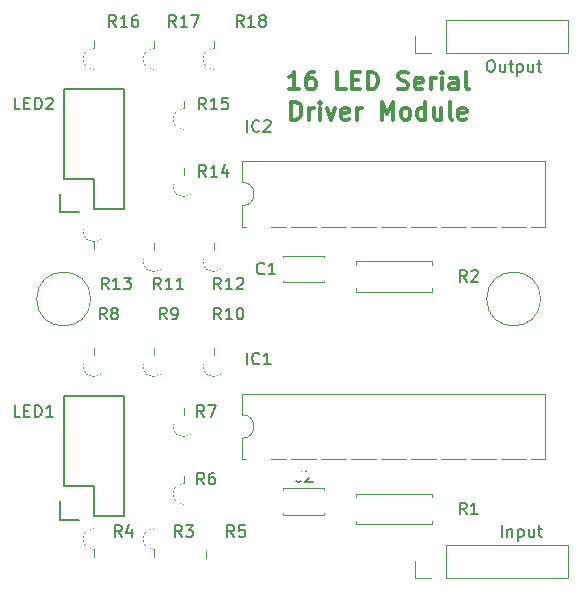
<source format=gto>
G04 #@! TF.FileFunction,Legend,Top*
%FSLAX46Y46*%
G04 Gerber Fmt 4.6, Leading zero omitted, Abs format (unit mm)*
G04 Created by KiCad (PCBNEW 4.0.5) date Sat Jan 28 10:55:45 2017*
%MOMM*%
%LPD*%
G01*
G04 APERTURE LIST*
%ADD10C,0.100000*%
%ADD11C,0.300000*%
%ADD12C,0.120000*%
%ADD13C,0.150000*%
%ADD14R,2.000000X2.000000*%
%ADD15O,2.000000X2.000000*%
%ADD16C,1.800000*%
%ADD17O,1.800000X1.800000*%
%ADD18R,2.100000X2.100000*%
%ADD19O,2.100000X2.100000*%
%ADD20C,2.000000*%
%ADD21R,2.127200X2.127200*%
%ADD22O,2.127200X2.127200*%
%ADD23C,4.464000*%
G04 APERTURE END LIST*
D10*
D11*
X159020715Y-103543571D02*
X158163572Y-103543571D01*
X158592144Y-103543571D02*
X158592144Y-102043571D01*
X158449287Y-102257857D01*
X158306429Y-102400714D01*
X158163572Y-102472143D01*
X160306429Y-102043571D02*
X160020715Y-102043571D01*
X159877858Y-102115000D01*
X159806429Y-102186429D01*
X159663572Y-102400714D01*
X159592143Y-102686429D01*
X159592143Y-103257857D01*
X159663572Y-103400714D01*
X159735000Y-103472143D01*
X159877858Y-103543571D01*
X160163572Y-103543571D01*
X160306429Y-103472143D01*
X160377858Y-103400714D01*
X160449286Y-103257857D01*
X160449286Y-102900714D01*
X160377858Y-102757857D01*
X160306429Y-102686429D01*
X160163572Y-102615000D01*
X159877858Y-102615000D01*
X159735000Y-102686429D01*
X159663572Y-102757857D01*
X159592143Y-102900714D01*
X162949286Y-103543571D02*
X162235000Y-103543571D01*
X162235000Y-102043571D01*
X163449286Y-102757857D02*
X163949286Y-102757857D01*
X164163572Y-103543571D02*
X163449286Y-103543571D01*
X163449286Y-102043571D01*
X164163572Y-102043571D01*
X164806429Y-103543571D02*
X164806429Y-102043571D01*
X165163572Y-102043571D01*
X165377857Y-102115000D01*
X165520715Y-102257857D01*
X165592143Y-102400714D01*
X165663572Y-102686429D01*
X165663572Y-102900714D01*
X165592143Y-103186429D01*
X165520715Y-103329286D01*
X165377857Y-103472143D01*
X165163572Y-103543571D01*
X164806429Y-103543571D01*
X167377857Y-103472143D02*
X167592143Y-103543571D01*
X167949286Y-103543571D01*
X168092143Y-103472143D01*
X168163572Y-103400714D01*
X168235000Y-103257857D01*
X168235000Y-103115000D01*
X168163572Y-102972143D01*
X168092143Y-102900714D01*
X167949286Y-102829286D01*
X167663572Y-102757857D01*
X167520714Y-102686429D01*
X167449286Y-102615000D01*
X167377857Y-102472143D01*
X167377857Y-102329286D01*
X167449286Y-102186429D01*
X167520714Y-102115000D01*
X167663572Y-102043571D01*
X168020714Y-102043571D01*
X168235000Y-102115000D01*
X169449285Y-103472143D02*
X169306428Y-103543571D01*
X169020714Y-103543571D01*
X168877857Y-103472143D01*
X168806428Y-103329286D01*
X168806428Y-102757857D01*
X168877857Y-102615000D01*
X169020714Y-102543571D01*
X169306428Y-102543571D01*
X169449285Y-102615000D01*
X169520714Y-102757857D01*
X169520714Y-102900714D01*
X168806428Y-103043571D01*
X170163571Y-103543571D02*
X170163571Y-102543571D01*
X170163571Y-102829286D02*
X170234999Y-102686429D01*
X170306428Y-102615000D01*
X170449285Y-102543571D01*
X170592142Y-102543571D01*
X171092142Y-103543571D02*
X171092142Y-102543571D01*
X171092142Y-102043571D02*
X171020713Y-102115000D01*
X171092142Y-102186429D01*
X171163570Y-102115000D01*
X171092142Y-102043571D01*
X171092142Y-102186429D01*
X172449285Y-103543571D02*
X172449285Y-102757857D01*
X172377856Y-102615000D01*
X172234999Y-102543571D01*
X171949285Y-102543571D01*
X171806428Y-102615000D01*
X172449285Y-103472143D02*
X172306428Y-103543571D01*
X171949285Y-103543571D01*
X171806428Y-103472143D01*
X171734999Y-103329286D01*
X171734999Y-103186429D01*
X171806428Y-103043571D01*
X171949285Y-102972143D01*
X172306428Y-102972143D01*
X172449285Y-102900714D01*
X173377857Y-103543571D02*
X173234999Y-103472143D01*
X173163571Y-103329286D01*
X173163571Y-102043571D01*
X158342144Y-106093571D02*
X158342144Y-104593571D01*
X158699287Y-104593571D01*
X158913572Y-104665000D01*
X159056430Y-104807857D01*
X159127858Y-104950714D01*
X159199287Y-105236429D01*
X159199287Y-105450714D01*
X159127858Y-105736429D01*
X159056430Y-105879286D01*
X158913572Y-106022143D01*
X158699287Y-106093571D01*
X158342144Y-106093571D01*
X159842144Y-106093571D02*
X159842144Y-105093571D01*
X159842144Y-105379286D02*
X159913572Y-105236429D01*
X159985001Y-105165000D01*
X160127858Y-105093571D01*
X160270715Y-105093571D01*
X160770715Y-106093571D02*
X160770715Y-105093571D01*
X160770715Y-104593571D02*
X160699286Y-104665000D01*
X160770715Y-104736429D01*
X160842143Y-104665000D01*
X160770715Y-104593571D01*
X160770715Y-104736429D01*
X161342144Y-105093571D02*
X161699287Y-106093571D01*
X162056429Y-105093571D01*
X163199286Y-106022143D02*
X163056429Y-106093571D01*
X162770715Y-106093571D01*
X162627858Y-106022143D01*
X162556429Y-105879286D01*
X162556429Y-105307857D01*
X162627858Y-105165000D01*
X162770715Y-105093571D01*
X163056429Y-105093571D01*
X163199286Y-105165000D01*
X163270715Y-105307857D01*
X163270715Y-105450714D01*
X162556429Y-105593571D01*
X163913572Y-106093571D02*
X163913572Y-105093571D01*
X163913572Y-105379286D02*
X163985000Y-105236429D01*
X164056429Y-105165000D01*
X164199286Y-105093571D01*
X164342143Y-105093571D01*
X165985000Y-106093571D02*
X165985000Y-104593571D01*
X166485000Y-105665000D01*
X166985000Y-104593571D01*
X166985000Y-106093571D01*
X167913572Y-106093571D02*
X167770714Y-106022143D01*
X167699286Y-105950714D01*
X167627857Y-105807857D01*
X167627857Y-105379286D01*
X167699286Y-105236429D01*
X167770714Y-105165000D01*
X167913572Y-105093571D01*
X168127857Y-105093571D01*
X168270714Y-105165000D01*
X168342143Y-105236429D01*
X168413572Y-105379286D01*
X168413572Y-105807857D01*
X168342143Y-105950714D01*
X168270714Y-106022143D01*
X168127857Y-106093571D01*
X167913572Y-106093571D01*
X169699286Y-106093571D02*
X169699286Y-104593571D01*
X169699286Y-106022143D02*
X169556429Y-106093571D01*
X169270715Y-106093571D01*
X169127857Y-106022143D01*
X169056429Y-105950714D01*
X168985000Y-105807857D01*
X168985000Y-105379286D01*
X169056429Y-105236429D01*
X169127857Y-105165000D01*
X169270715Y-105093571D01*
X169556429Y-105093571D01*
X169699286Y-105165000D01*
X171056429Y-105093571D02*
X171056429Y-106093571D01*
X170413572Y-105093571D02*
X170413572Y-105879286D01*
X170485000Y-106022143D01*
X170627858Y-106093571D01*
X170842143Y-106093571D01*
X170985000Y-106022143D01*
X171056429Y-105950714D01*
X171985001Y-106093571D02*
X171842143Y-106022143D01*
X171770715Y-105879286D01*
X171770715Y-104593571D01*
X173127857Y-106022143D02*
X172985000Y-106093571D01*
X172699286Y-106093571D01*
X172556429Y-106022143D01*
X172485000Y-105879286D01*
X172485000Y-105307857D01*
X172556429Y-105165000D01*
X172699286Y-105093571D01*
X172985000Y-105093571D01*
X173127857Y-105165000D01*
X173199286Y-105307857D01*
X173199286Y-105450714D01*
X172485000Y-105593571D01*
D12*
X154185000Y-131080000D02*
G75*
G02X154185000Y-133080000I0J-1000000D01*
G01*
X154185000Y-133080000D02*
X154185000Y-134850000D01*
X154185000Y-134850000D02*
X179825000Y-134850000D01*
X179825000Y-134850000D02*
X179825000Y-129310000D01*
X179825000Y-129310000D02*
X154185000Y-129310000D01*
X154185000Y-129310000D02*
X154185000Y-131080000D01*
X151990000Y-144145000D02*
G75*
G03X151990000Y-144145000I-860000J0D01*
G01*
X151130000Y-143285000D02*
X151130000Y-142605000D01*
X171450000Y-144900000D02*
X181730000Y-144900000D01*
X181730000Y-144900000D02*
X181730000Y-142120000D01*
X181730000Y-142120000D02*
X171450000Y-142120000D01*
X171450000Y-142120000D02*
X171450000Y-144900000D01*
X170180000Y-144900000D02*
X168790000Y-144900000D01*
X168790000Y-144900000D02*
X168790000Y-143510000D01*
X171450000Y-100450000D02*
X181730000Y-100450000D01*
X181730000Y-100450000D02*
X181730000Y-97670000D01*
X181730000Y-97670000D02*
X171450000Y-97670000D01*
X171450000Y-97670000D02*
X171450000Y-100450000D01*
X170180000Y-100450000D02*
X168790000Y-100450000D01*
X168790000Y-100450000D02*
X168790000Y-99060000D01*
X157605000Y-117635000D02*
X161125000Y-117635000D01*
X157605000Y-119855000D02*
X161125000Y-119855000D01*
X157605000Y-117635000D02*
X157605000Y-117749000D01*
X157605000Y-119741000D02*
X157605000Y-119855000D01*
X161125000Y-117635000D02*
X161125000Y-117749000D01*
X161125000Y-119741000D02*
X161125000Y-119855000D01*
X157605000Y-137320000D02*
X161125000Y-137320000D01*
X157605000Y-139540000D02*
X161125000Y-139540000D01*
X157605000Y-137320000D02*
X157605000Y-137434000D01*
X157605000Y-139426000D02*
X157605000Y-139540000D01*
X161125000Y-137320000D02*
X161125000Y-137434000D01*
X161125000Y-139426000D02*
X161125000Y-139540000D01*
X154185000Y-111395000D02*
G75*
G02X154185000Y-113395000I0J-1000000D01*
G01*
X154185000Y-113395000D02*
X154185000Y-115165000D01*
X154185000Y-115165000D02*
X179825000Y-115165000D01*
X179825000Y-115165000D02*
X179825000Y-109625000D01*
X179825000Y-109625000D02*
X154185000Y-109625000D01*
X154185000Y-109625000D02*
X154185000Y-111395000D01*
D13*
X139065000Y-137160000D02*
X139065000Y-129540000D01*
X139065000Y-129540000D02*
X144145000Y-129540000D01*
X144145000Y-129540000D02*
X144145000Y-139700000D01*
X144145000Y-139700000D02*
X141605000Y-139700000D01*
X138785000Y-138430000D02*
X138785000Y-139980000D01*
X141605000Y-139700000D02*
X141605000Y-137160000D01*
X141605000Y-137160000D02*
X139065000Y-137160000D01*
X138785000Y-139980000D02*
X140335000Y-139980000D01*
X139065000Y-111125000D02*
X139065000Y-103505000D01*
X139065000Y-103505000D02*
X144145000Y-103505000D01*
X144145000Y-103505000D02*
X144145000Y-113665000D01*
X144145000Y-113665000D02*
X141605000Y-113665000D01*
X138785000Y-112395000D02*
X138785000Y-113945000D01*
X141605000Y-113665000D02*
X141605000Y-111125000D01*
X141605000Y-111125000D02*
X139065000Y-111125000D01*
X138785000Y-113945000D02*
X140335000Y-113945000D01*
D12*
X170215000Y-140045000D02*
X170215000Y-140375000D01*
X170215000Y-140375000D02*
X163795000Y-140375000D01*
X163795000Y-140375000D02*
X163795000Y-140045000D01*
X170215000Y-138085000D02*
X170215000Y-137755000D01*
X170215000Y-137755000D02*
X163795000Y-137755000D01*
X163795000Y-137755000D02*
X163795000Y-138085000D01*
X170215000Y-120360000D02*
X170215000Y-120690000D01*
X170215000Y-120690000D02*
X163795000Y-120690000D01*
X163795000Y-120690000D02*
X163795000Y-120360000D01*
X170215000Y-118400000D02*
X170215000Y-118070000D01*
X170215000Y-118070000D02*
X163795000Y-118070000D01*
X163795000Y-118070000D02*
X163795000Y-118400000D01*
X147545000Y-141605000D02*
G75*
G03X147545000Y-141605000I-860000J0D01*
G01*
X146685000Y-142465000D02*
X146685000Y-143145000D01*
X142465000Y-141605000D02*
G75*
G03X142465000Y-141605000I-860000J0D01*
G01*
X141605000Y-142465000D02*
X141605000Y-143145000D01*
X150085000Y-137795000D02*
G75*
G03X150085000Y-137795000I-860000J0D01*
G01*
X149225000Y-136935000D02*
X149225000Y-136255000D01*
X150085000Y-132080000D02*
G75*
G03X150085000Y-132080000I-860000J0D01*
G01*
X149225000Y-131220000D02*
X149225000Y-130540000D01*
X142465000Y-127000000D02*
G75*
G03X142465000Y-127000000I-860000J0D01*
G01*
X141605000Y-126140000D02*
X141605000Y-125460000D01*
X147545000Y-127000000D02*
G75*
G03X147545000Y-127000000I-860000J0D01*
G01*
X146685000Y-126140000D02*
X146685000Y-125460000D01*
X152625000Y-127000000D02*
G75*
G03X152625000Y-127000000I-860000J0D01*
G01*
X151765000Y-126140000D02*
X151765000Y-125460000D01*
X147545000Y-118110000D02*
G75*
G03X147545000Y-118110000I-860000J0D01*
G01*
X146685000Y-117250000D02*
X146685000Y-116570000D01*
X152625000Y-118110000D02*
G75*
G03X152625000Y-118110000I-860000J0D01*
G01*
X151765000Y-117250000D02*
X151765000Y-116570000D01*
X142465000Y-115570000D02*
G75*
G03X142465000Y-115570000I-860000J0D01*
G01*
X141605000Y-116430000D02*
X141605000Y-117110000D01*
X150085000Y-111760000D02*
G75*
G03X150085000Y-111760000I-860000J0D01*
G01*
X149225000Y-110900000D02*
X149225000Y-110220000D01*
X150085000Y-106045000D02*
G75*
G03X150085000Y-106045000I-860000J0D01*
G01*
X149225000Y-105185000D02*
X149225000Y-104505000D01*
X142465000Y-100965000D02*
G75*
G03X142465000Y-100965000I-860000J0D01*
G01*
X141605000Y-100105000D02*
X141605000Y-99425000D01*
X147545000Y-100965000D02*
G75*
G03X147545000Y-100965000I-860000J0D01*
G01*
X146685000Y-100105000D02*
X146685000Y-99425000D01*
X152625000Y-100965000D02*
G75*
G03X152625000Y-100965000I-860000J0D01*
G01*
X151765000Y-100105000D02*
X151765000Y-99425000D01*
X141351000Y-121285000D02*
G75*
G03X141351000Y-121285000I-2286000J0D01*
G01*
X179451000Y-121285000D02*
G75*
G03X179451000Y-121285000I-2286000J0D01*
G01*
D13*
X154598810Y-126817381D02*
X154598810Y-125817381D01*
X155646429Y-126722143D02*
X155598810Y-126769762D01*
X155455953Y-126817381D01*
X155360715Y-126817381D01*
X155217857Y-126769762D01*
X155122619Y-126674524D01*
X155075000Y-126579286D01*
X155027381Y-126388810D01*
X155027381Y-126245952D01*
X155075000Y-126055476D01*
X155122619Y-125960238D01*
X155217857Y-125865000D01*
X155360715Y-125817381D01*
X155455953Y-125817381D01*
X155598810Y-125865000D01*
X155646429Y-125912619D01*
X156598810Y-126817381D02*
X156027381Y-126817381D01*
X156313095Y-126817381D02*
X156313095Y-125817381D01*
X156217857Y-125960238D01*
X156122619Y-126055476D01*
X156027381Y-126103095D01*
X153503334Y-141422381D02*
X153170000Y-140946190D01*
X152931905Y-141422381D02*
X152931905Y-140422381D01*
X153312858Y-140422381D01*
X153408096Y-140470000D01*
X153455715Y-140517619D01*
X153503334Y-140612857D01*
X153503334Y-140755714D01*
X153455715Y-140850952D01*
X153408096Y-140898571D01*
X153312858Y-140946190D01*
X152931905Y-140946190D01*
X154408096Y-140422381D02*
X153931905Y-140422381D01*
X153884286Y-140898571D01*
X153931905Y-140850952D01*
X154027143Y-140803333D01*
X154265239Y-140803333D01*
X154360477Y-140850952D01*
X154408096Y-140898571D01*
X154455715Y-140993810D01*
X154455715Y-141231905D01*
X154408096Y-141327143D01*
X154360477Y-141374762D01*
X154265239Y-141422381D01*
X154027143Y-141422381D01*
X153931905Y-141374762D01*
X153884286Y-141327143D01*
X176157143Y-141422381D02*
X176157143Y-140422381D01*
X176633333Y-140755714D02*
X176633333Y-141422381D01*
X176633333Y-140850952D02*
X176680952Y-140803333D01*
X176776190Y-140755714D01*
X176919048Y-140755714D01*
X177014286Y-140803333D01*
X177061905Y-140898571D01*
X177061905Y-141422381D01*
X177538095Y-140755714D02*
X177538095Y-141755714D01*
X177538095Y-140803333D02*
X177633333Y-140755714D01*
X177823810Y-140755714D01*
X177919048Y-140803333D01*
X177966667Y-140850952D01*
X178014286Y-140946190D01*
X178014286Y-141231905D01*
X177966667Y-141327143D01*
X177919048Y-141374762D01*
X177823810Y-141422381D01*
X177633333Y-141422381D01*
X177538095Y-141374762D01*
X178871429Y-140755714D02*
X178871429Y-141422381D01*
X178442857Y-140755714D02*
X178442857Y-141279524D01*
X178490476Y-141374762D01*
X178585714Y-141422381D01*
X178728572Y-141422381D01*
X178823810Y-141374762D01*
X178871429Y-141327143D01*
X179204762Y-140755714D02*
X179585714Y-140755714D01*
X179347619Y-140422381D02*
X179347619Y-141279524D01*
X179395238Y-141374762D01*
X179490476Y-141422381D01*
X179585714Y-141422381D01*
X175141190Y-101052381D02*
X175331667Y-101052381D01*
X175426905Y-101100000D01*
X175522143Y-101195238D01*
X175569762Y-101385714D01*
X175569762Y-101719048D01*
X175522143Y-101909524D01*
X175426905Y-102004762D01*
X175331667Y-102052381D01*
X175141190Y-102052381D01*
X175045952Y-102004762D01*
X174950714Y-101909524D01*
X174903095Y-101719048D01*
X174903095Y-101385714D01*
X174950714Y-101195238D01*
X175045952Y-101100000D01*
X175141190Y-101052381D01*
X176426905Y-101385714D02*
X176426905Y-102052381D01*
X175998333Y-101385714D02*
X175998333Y-101909524D01*
X176045952Y-102004762D01*
X176141190Y-102052381D01*
X176284048Y-102052381D01*
X176379286Y-102004762D01*
X176426905Y-101957143D01*
X176760238Y-101385714D02*
X177141190Y-101385714D01*
X176903095Y-101052381D02*
X176903095Y-101909524D01*
X176950714Y-102004762D01*
X177045952Y-102052381D01*
X177141190Y-102052381D01*
X177474524Y-101385714D02*
X177474524Y-102385714D01*
X177474524Y-101433333D02*
X177569762Y-101385714D01*
X177760239Y-101385714D01*
X177855477Y-101433333D01*
X177903096Y-101480952D01*
X177950715Y-101576190D01*
X177950715Y-101861905D01*
X177903096Y-101957143D01*
X177855477Y-102004762D01*
X177760239Y-102052381D01*
X177569762Y-102052381D01*
X177474524Y-102004762D01*
X178807858Y-101385714D02*
X178807858Y-102052381D01*
X178379286Y-101385714D02*
X178379286Y-101909524D01*
X178426905Y-102004762D01*
X178522143Y-102052381D01*
X178665001Y-102052381D01*
X178760239Y-102004762D01*
X178807858Y-101957143D01*
X179141191Y-101385714D02*
X179522143Y-101385714D01*
X179284048Y-101052381D02*
X179284048Y-101909524D01*
X179331667Y-102004762D01*
X179426905Y-102052381D01*
X179522143Y-102052381D01*
X156043334Y-119102143D02*
X155995715Y-119149762D01*
X155852858Y-119197381D01*
X155757620Y-119197381D01*
X155614762Y-119149762D01*
X155519524Y-119054524D01*
X155471905Y-118959286D01*
X155424286Y-118768810D01*
X155424286Y-118625952D01*
X155471905Y-118435476D01*
X155519524Y-118340238D01*
X155614762Y-118245000D01*
X155757620Y-118197381D01*
X155852858Y-118197381D01*
X155995715Y-118245000D01*
X156043334Y-118292619D01*
X156995715Y-119197381D02*
X156424286Y-119197381D01*
X156710000Y-119197381D02*
X156710000Y-118197381D01*
X156614762Y-118340238D01*
X156519524Y-118435476D01*
X156424286Y-118483095D01*
X159198334Y-136677143D02*
X159150715Y-136724762D01*
X159007858Y-136772381D01*
X158912620Y-136772381D01*
X158769762Y-136724762D01*
X158674524Y-136629524D01*
X158626905Y-136534286D01*
X158579286Y-136343810D01*
X158579286Y-136200952D01*
X158626905Y-136010476D01*
X158674524Y-135915238D01*
X158769762Y-135820000D01*
X158912620Y-135772381D01*
X159007858Y-135772381D01*
X159150715Y-135820000D01*
X159198334Y-135867619D01*
X159579286Y-135867619D02*
X159626905Y-135820000D01*
X159722143Y-135772381D01*
X159960239Y-135772381D01*
X160055477Y-135820000D01*
X160103096Y-135867619D01*
X160150715Y-135962857D01*
X160150715Y-136058095D01*
X160103096Y-136200952D01*
X159531667Y-136772381D01*
X160150715Y-136772381D01*
X154598810Y-107132381D02*
X154598810Y-106132381D01*
X155646429Y-107037143D02*
X155598810Y-107084762D01*
X155455953Y-107132381D01*
X155360715Y-107132381D01*
X155217857Y-107084762D01*
X155122619Y-106989524D01*
X155075000Y-106894286D01*
X155027381Y-106703810D01*
X155027381Y-106560952D01*
X155075000Y-106370476D01*
X155122619Y-106275238D01*
X155217857Y-106180000D01*
X155360715Y-106132381D01*
X155455953Y-106132381D01*
X155598810Y-106180000D01*
X155646429Y-106227619D01*
X156027381Y-106227619D02*
X156075000Y-106180000D01*
X156170238Y-106132381D01*
X156408334Y-106132381D01*
X156503572Y-106180000D01*
X156551191Y-106227619D01*
X156598810Y-106322857D01*
X156598810Y-106418095D01*
X156551191Y-106560952D01*
X155979762Y-107132381D01*
X156598810Y-107132381D01*
X135405953Y-131262381D02*
X134929762Y-131262381D01*
X134929762Y-130262381D01*
X135739286Y-130738571D02*
X136072620Y-130738571D01*
X136215477Y-131262381D02*
X135739286Y-131262381D01*
X135739286Y-130262381D01*
X136215477Y-130262381D01*
X136644048Y-131262381D02*
X136644048Y-130262381D01*
X136882143Y-130262381D01*
X137025001Y-130310000D01*
X137120239Y-130405238D01*
X137167858Y-130500476D01*
X137215477Y-130690952D01*
X137215477Y-130833810D01*
X137167858Y-131024286D01*
X137120239Y-131119524D01*
X137025001Y-131214762D01*
X136882143Y-131262381D01*
X136644048Y-131262381D01*
X138167858Y-131262381D02*
X137596429Y-131262381D01*
X137882143Y-131262381D02*
X137882143Y-130262381D01*
X137786905Y-130405238D01*
X137691667Y-130500476D01*
X137596429Y-130548095D01*
X135405953Y-105227381D02*
X134929762Y-105227381D01*
X134929762Y-104227381D01*
X135739286Y-104703571D02*
X136072620Y-104703571D01*
X136215477Y-105227381D02*
X135739286Y-105227381D01*
X135739286Y-104227381D01*
X136215477Y-104227381D01*
X136644048Y-105227381D02*
X136644048Y-104227381D01*
X136882143Y-104227381D01*
X137025001Y-104275000D01*
X137120239Y-104370238D01*
X137167858Y-104465476D01*
X137215477Y-104655952D01*
X137215477Y-104798810D01*
X137167858Y-104989286D01*
X137120239Y-105084524D01*
X137025001Y-105179762D01*
X136882143Y-105227381D01*
X136644048Y-105227381D01*
X137596429Y-104322619D02*
X137644048Y-104275000D01*
X137739286Y-104227381D01*
X137977382Y-104227381D01*
X138072620Y-104275000D01*
X138120239Y-104322619D01*
X138167858Y-104417857D01*
X138167858Y-104513095D01*
X138120239Y-104655952D01*
X137548810Y-105227381D01*
X138167858Y-105227381D01*
X173188334Y-139517381D02*
X172855000Y-139041190D01*
X172616905Y-139517381D02*
X172616905Y-138517381D01*
X172997858Y-138517381D01*
X173093096Y-138565000D01*
X173140715Y-138612619D01*
X173188334Y-138707857D01*
X173188334Y-138850714D01*
X173140715Y-138945952D01*
X173093096Y-138993571D01*
X172997858Y-139041190D01*
X172616905Y-139041190D01*
X174140715Y-139517381D02*
X173569286Y-139517381D01*
X173855000Y-139517381D02*
X173855000Y-138517381D01*
X173759762Y-138660238D01*
X173664524Y-138755476D01*
X173569286Y-138803095D01*
X173188334Y-119832381D02*
X172855000Y-119356190D01*
X172616905Y-119832381D02*
X172616905Y-118832381D01*
X172997858Y-118832381D01*
X173093096Y-118880000D01*
X173140715Y-118927619D01*
X173188334Y-119022857D01*
X173188334Y-119165714D01*
X173140715Y-119260952D01*
X173093096Y-119308571D01*
X172997858Y-119356190D01*
X172616905Y-119356190D01*
X173569286Y-118927619D02*
X173616905Y-118880000D01*
X173712143Y-118832381D01*
X173950239Y-118832381D01*
X174045477Y-118880000D01*
X174093096Y-118927619D01*
X174140715Y-119022857D01*
X174140715Y-119118095D01*
X174093096Y-119260952D01*
X173521667Y-119832381D01*
X174140715Y-119832381D01*
X149058334Y-141422381D02*
X148725000Y-140946190D01*
X148486905Y-141422381D02*
X148486905Y-140422381D01*
X148867858Y-140422381D01*
X148963096Y-140470000D01*
X149010715Y-140517619D01*
X149058334Y-140612857D01*
X149058334Y-140755714D01*
X149010715Y-140850952D01*
X148963096Y-140898571D01*
X148867858Y-140946190D01*
X148486905Y-140946190D01*
X149391667Y-140422381D02*
X150010715Y-140422381D01*
X149677381Y-140803333D01*
X149820239Y-140803333D01*
X149915477Y-140850952D01*
X149963096Y-140898571D01*
X150010715Y-140993810D01*
X150010715Y-141231905D01*
X149963096Y-141327143D01*
X149915477Y-141374762D01*
X149820239Y-141422381D01*
X149534524Y-141422381D01*
X149439286Y-141374762D01*
X149391667Y-141327143D01*
X143978334Y-141422381D02*
X143645000Y-140946190D01*
X143406905Y-141422381D02*
X143406905Y-140422381D01*
X143787858Y-140422381D01*
X143883096Y-140470000D01*
X143930715Y-140517619D01*
X143978334Y-140612857D01*
X143978334Y-140755714D01*
X143930715Y-140850952D01*
X143883096Y-140898571D01*
X143787858Y-140946190D01*
X143406905Y-140946190D01*
X144835477Y-140755714D02*
X144835477Y-141422381D01*
X144597381Y-140374762D02*
X144359286Y-141089048D01*
X144978334Y-141089048D01*
X150963334Y-136977381D02*
X150630000Y-136501190D01*
X150391905Y-136977381D02*
X150391905Y-135977381D01*
X150772858Y-135977381D01*
X150868096Y-136025000D01*
X150915715Y-136072619D01*
X150963334Y-136167857D01*
X150963334Y-136310714D01*
X150915715Y-136405952D01*
X150868096Y-136453571D01*
X150772858Y-136501190D01*
X150391905Y-136501190D01*
X151820477Y-135977381D02*
X151630000Y-135977381D01*
X151534762Y-136025000D01*
X151487143Y-136072619D01*
X151391905Y-136215476D01*
X151344286Y-136405952D01*
X151344286Y-136786905D01*
X151391905Y-136882143D01*
X151439524Y-136929762D01*
X151534762Y-136977381D01*
X151725239Y-136977381D01*
X151820477Y-136929762D01*
X151868096Y-136882143D01*
X151915715Y-136786905D01*
X151915715Y-136548810D01*
X151868096Y-136453571D01*
X151820477Y-136405952D01*
X151725239Y-136358333D01*
X151534762Y-136358333D01*
X151439524Y-136405952D01*
X151391905Y-136453571D01*
X151344286Y-136548810D01*
X150963334Y-131262381D02*
X150630000Y-130786190D01*
X150391905Y-131262381D02*
X150391905Y-130262381D01*
X150772858Y-130262381D01*
X150868096Y-130310000D01*
X150915715Y-130357619D01*
X150963334Y-130452857D01*
X150963334Y-130595714D01*
X150915715Y-130690952D01*
X150868096Y-130738571D01*
X150772858Y-130786190D01*
X150391905Y-130786190D01*
X151296667Y-130262381D02*
X151963334Y-130262381D01*
X151534762Y-131262381D01*
X142708334Y-123007381D02*
X142375000Y-122531190D01*
X142136905Y-123007381D02*
X142136905Y-122007381D01*
X142517858Y-122007381D01*
X142613096Y-122055000D01*
X142660715Y-122102619D01*
X142708334Y-122197857D01*
X142708334Y-122340714D01*
X142660715Y-122435952D01*
X142613096Y-122483571D01*
X142517858Y-122531190D01*
X142136905Y-122531190D01*
X143279762Y-122435952D02*
X143184524Y-122388333D01*
X143136905Y-122340714D01*
X143089286Y-122245476D01*
X143089286Y-122197857D01*
X143136905Y-122102619D01*
X143184524Y-122055000D01*
X143279762Y-122007381D01*
X143470239Y-122007381D01*
X143565477Y-122055000D01*
X143613096Y-122102619D01*
X143660715Y-122197857D01*
X143660715Y-122245476D01*
X143613096Y-122340714D01*
X143565477Y-122388333D01*
X143470239Y-122435952D01*
X143279762Y-122435952D01*
X143184524Y-122483571D01*
X143136905Y-122531190D01*
X143089286Y-122626429D01*
X143089286Y-122816905D01*
X143136905Y-122912143D01*
X143184524Y-122959762D01*
X143279762Y-123007381D01*
X143470239Y-123007381D01*
X143565477Y-122959762D01*
X143613096Y-122912143D01*
X143660715Y-122816905D01*
X143660715Y-122626429D01*
X143613096Y-122531190D01*
X143565477Y-122483571D01*
X143470239Y-122435952D01*
X147788334Y-123007381D02*
X147455000Y-122531190D01*
X147216905Y-123007381D02*
X147216905Y-122007381D01*
X147597858Y-122007381D01*
X147693096Y-122055000D01*
X147740715Y-122102619D01*
X147788334Y-122197857D01*
X147788334Y-122340714D01*
X147740715Y-122435952D01*
X147693096Y-122483571D01*
X147597858Y-122531190D01*
X147216905Y-122531190D01*
X148264524Y-123007381D02*
X148455000Y-123007381D01*
X148550239Y-122959762D01*
X148597858Y-122912143D01*
X148693096Y-122769286D01*
X148740715Y-122578810D01*
X148740715Y-122197857D01*
X148693096Y-122102619D01*
X148645477Y-122055000D01*
X148550239Y-122007381D01*
X148359762Y-122007381D01*
X148264524Y-122055000D01*
X148216905Y-122102619D01*
X148169286Y-122197857D01*
X148169286Y-122435952D01*
X148216905Y-122531190D01*
X148264524Y-122578810D01*
X148359762Y-122626429D01*
X148550239Y-122626429D01*
X148645477Y-122578810D01*
X148693096Y-122531190D01*
X148740715Y-122435952D01*
X152392143Y-123007381D02*
X152058809Y-122531190D01*
X151820714Y-123007381D02*
X151820714Y-122007381D01*
X152201667Y-122007381D01*
X152296905Y-122055000D01*
X152344524Y-122102619D01*
X152392143Y-122197857D01*
X152392143Y-122340714D01*
X152344524Y-122435952D01*
X152296905Y-122483571D01*
X152201667Y-122531190D01*
X151820714Y-122531190D01*
X153344524Y-123007381D02*
X152773095Y-123007381D01*
X153058809Y-123007381D02*
X153058809Y-122007381D01*
X152963571Y-122150238D01*
X152868333Y-122245476D01*
X152773095Y-122293095D01*
X153963571Y-122007381D02*
X154058810Y-122007381D01*
X154154048Y-122055000D01*
X154201667Y-122102619D01*
X154249286Y-122197857D01*
X154296905Y-122388333D01*
X154296905Y-122626429D01*
X154249286Y-122816905D01*
X154201667Y-122912143D01*
X154154048Y-122959762D01*
X154058810Y-123007381D01*
X153963571Y-123007381D01*
X153868333Y-122959762D01*
X153820714Y-122912143D01*
X153773095Y-122816905D01*
X153725476Y-122626429D01*
X153725476Y-122388333D01*
X153773095Y-122197857D01*
X153820714Y-122102619D01*
X153868333Y-122055000D01*
X153963571Y-122007381D01*
X147312143Y-120467381D02*
X146978809Y-119991190D01*
X146740714Y-120467381D02*
X146740714Y-119467381D01*
X147121667Y-119467381D01*
X147216905Y-119515000D01*
X147264524Y-119562619D01*
X147312143Y-119657857D01*
X147312143Y-119800714D01*
X147264524Y-119895952D01*
X147216905Y-119943571D01*
X147121667Y-119991190D01*
X146740714Y-119991190D01*
X148264524Y-120467381D02*
X147693095Y-120467381D01*
X147978809Y-120467381D02*
X147978809Y-119467381D01*
X147883571Y-119610238D01*
X147788333Y-119705476D01*
X147693095Y-119753095D01*
X149216905Y-120467381D02*
X148645476Y-120467381D01*
X148931190Y-120467381D02*
X148931190Y-119467381D01*
X148835952Y-119610238D01*
X148740714Y-119705476D01*
X148645476Y-119753095D01*
X152392143Y-120467381D02*
X152058809Y-119991190D01*
X151820714Y-120467381D02*
X151820714Y-119467381D01*
X152201667Y-119467381D01*
X152296905Y-119515000D01*
X152344524Y-119562619D01*
X152392143Y-119657857D01*
X152392143Y-119800714D01*
X152344524Y-119895952D01*
X152296905Y-119943571D01*
X152201667Y-119991190D01*
X151820714Y-119991190D01*
X153344524Y-120467381D02*
X152773095Y-120467381D01*
X153058809Y-120467381D02*
X153058809Y-119467381D01*
X152963571Y-119610238D01*
X152868333Y-119705476D01*
X152773095Y-119753095D01*
X153725476Y-119562619D02*
X153773095Y-119515000D01*
X153868333Y-119467381D01*
X154106429Y-119467381D01*
X154201667Y-119515000D01*
X154249286Y-119562619D01*
X154296905Y-119657857D01*
X154296905Y-119753095D01*
X154249286Y-119895952D01*
X153677857Y-120467381D01*
X154296905Y-120467381D01*
X142867143Y-120467381D02*
X142533809Y-119991190D01*
X142295714Y-120467381D02*
X142295714Y-119467381D01*
X142676667Y-119467381D01*
X142771905Y-119515000D01*
X142819524Y-119562619D01*
X142867143Y-119657857D01*
X142867143Y-119800714D01*
X142819524Y-119895952D01*
X142771905Y-119943571D01*
X142676667Y-119991190D01*
X142295714Y-119991190D01*
X143819524Y-120467381D02*
X143248095Y-120467381D01*
X143533809Y-120467381D02*
X143533809Y-119467381D01*
X143438571Y-119610238D01*
X143343333Y-119705476D01*
X143248095Y-119753095D01*
X144152857Y-119467381D02*
X144771905Y-119467381D01*
X144438571Y-119848333D01*
X144581429Y-119848333D01*
X144676667Y-119895952D01*
X144724286Y-119943571D01*
X144771905Y-120038810D01*
X144771905Y-120276905D01*
X144724286Y-120372143D01*
X144676667Y-120419762D01*
X144581429Y-120467381D01*
X144295714Y-120467381D01*
X144200476Y-120419762D01*
X144152857Y-120372143D01*
X151122143Y-110942381D02*
X150788809Y-110466190D01*
X150550714Y-110942381D02*
X150550714Y-109942381D01*
X150931667Y-109942381D01*
X151026905Y-109990000D01*
X151074524Y-110037619D01*
X151122143Y-110132857D01*
X151122143Y-110275714D01*
X151074524Y-110370952D01*
X151026905Y-110418571D01*
X150931667Y-110466190D01*
X150550714Y-110466190D01*
X152074524Y-110942381D02*
X151503095Y-110942381D01*
X151788809Y-110942381D02*
X151788809Y-109942381D01*
X151693571Y-110085238D01*
X151598333Y-110180476D01*
X151503095Y-110228095D01*
X152931667Y-110275714D02*
X152931667Y-110942381D01*
X152693571Y-109894762D02*
X152455476Y-110609048D01*
X153074524Y-110609048D01*
X151122143Y-105227381D02*
X150788809Y-104751190D01*
X150550714Y-105227381D02*
X150550714Y-104227381D01*
X150931667Y-104227381D01*
X151026905Y-104275000D01*
X151074524Y-104322619D01*
X151122143Y-104417857D01*
X151122143Y-104560714D01*
X151074524Y-104655952D01*
X151026905Y-104703571D01*
X150931667Y-104751190D01*
X150550714Y-104751190D01*
X152074524Y-105227381D02*
X151503095Y-105227381D01*
X151788809Y-105227381D02*
X151788809Y-104227381D01*
X151693571Y-104370238D01*
X151598333Y-104465476D01*
X151503095Y-104513095D01*
X152979286Y-104227381D02*
X152503095Y-104227381D01*
X152455476Y-104703571D01*
X152503095Y-104655952D01*
X152598333Y-104608333D01*
X152836429Y-104608333D01*
X152931667Y-104655952D01*
X152979286Y-104703571D01*
X153026905Y-104798810D01*
X153026905Y-105036905D01*
X152979286Y-105132143D01*
X152931667Y-105179762D01*
X152836429Y-105227381D01*
X152598333Y-105227381D01*
X152503095Y-105179762D01*
X152455476Y-105132143D01*
X143502143Y-98242381D02*
X143168809Y-97766190D01*
X142930714Y-98242381D02*
X142930714Y-97242381D01*
X143311667Y-97242381D01*
X143406905Y-97290000D01*
X143454524Y-97337619D01*
X143502143Y-97432857D01*
X143502143Y-97575714D01*
X143454524Y-97670952D01*
X143406905Y-97718571D01*
X143311667Y-97766190D01*
X142930714Y-97766190D01*
X144454524Y-98242381D02*
X143883095Y-98242381D01*
X144168809Y-98242381D02*
X144168809Y-97242381D01*
X144073571Y-97385238D01*
X143978333Y-97480476D01*
X143883095Y-97528095D01*
X145311667Y-97242381D02*
X145121190Y-97242381D01*
X145025952Y-97290000D01*
X144978333Y-97337619D01*
X144883095Y-97480476D01*
X144835476Y-97670952D01*
X144835476Y-98051905D01*
X144883095Y-98147143D01*
X144930714Y-98194762D01*
X145025952Y-98242381D01*
X145216429Y-98242381D01*
X145311667Y-98194762D01*
X145359286Y-98147143D01*
X145406905Y-98051905D01*
X145406905Y-97813810D01*
X145359286Y-97718571D01*
X145311667Y-97670952D01*
X145216429Y-97623333D01*
X145025952Y-97623333D01*
X144930714Y-97670952D01*
X144883095Y-97718571D01*
X144835476Y-97813810D01*
X148582143Y-98242381D02*
X148248809Y-97766190D01*
X148010714Y-98242381D02*
X148010714Y-97242381D01*
X148391667Y-97242381D01*
X148486905Y-97290000D01*
X148534524Y-97337619D01*
X148582143Y-97432857D01*
X148582143Y-97575714D01*
X148534524Y-97670952D01*
X148486905Y-97718571D01*
X148391667Y-97766190D01*
X148010714Y-97766190D01*
X149534524Y-98242381D02*
X148963095Y-98242381D01*
X149248809Y-98242381D02*
X149248809Y-97242381D01*
X149153571Y-97385238D01*
X149058333Y-97480476D01*
X148963095Y-97528095D01*
X149867857Y-97242381D02*
X150534524Y-97242381D01*
X150105952Y-98242381D01*
X154297143Y-98242381D02*
X153963809Y-97766190D01*
X153725714Y-98242381D02*
X153725714Y-97242381D01*
X154106667Y-97242381D01*
X154201905Y-97290000D01*
X154249524Y-97337619D01*
X154297143Y-97432857D01*
X154297143Y-97575714D01*
X154249524Y-97670952D01*
X154201905Y-97718571D01*
X154106667Y-97766190D01*
X153725714Y-97766190D01*
X155249524Y-98242381D02*
X154678095Y-98242381D01*
X154963809Y-98242381D02*
X154963809Y-97242381D01*
X154868571Y-97385238D01*
X154773333Y-97480476D01*
X154678095Y-97528095D01*
X155820952Y-97670952D02*
X155725714Y-97623333D01*
X155678095Y-97575714D01*
X155630476Y-97480476D01*
X155630476Y-97432857D01*
X155678095Y-97337619D01*
X155725714Y-97290000D01*
X155820952Y-97242381D01*
X156011429Y-97242381D01*
X156106667Y-97290000D01*
X156154286Y-97337619D01*
X156201905Y-97432857D01*
X156201905Y-97480476D01*
X156154286Y-97575714D01*
X156106667Y-97623333D01*
X156011429Y-97670952D01*
X155820952Y-97670952D01*
X155725714Y-97718571D01*
X155678095Y-97766190D01*
X155630476Y-97861429D01*
X155630476Y-98051905D01*
X155678095Y-98147143D01*
X155725714Y-98194762D01*
X155820952Y-98242381D01*
X156011429Y-98242381D01*
X156106667Y-98194762D01*
X156154286Y-98147143D01*
X156201905Y-98051905D01*
X156201905Y-97861429D01*
X156154286Y-97766190D01*
X156106667Y-97718571D01*
X156011429Y-97670952D01*
%LPC*%
D14*
X155575000Y-135890000D03*
D15*
X178435000Y-128270000D03*
X158115000Y-135890000D03*
X175895000Y-128270000D03*
X160655000Y-135890000D03*
X173355000Y-128270000D03*
X163195000Y-135890000D03*
X170815000Y-128270000D03*
X165735000Y-135890000D03*
X168275000Y-128270000D03*
X168275000Y-135890000D03*
X165735000Y-128270000D03*
X170815000Y-135890000D03*
X163195000Y-128270000D03*
X173355000Y-135890000D03*
X160655000Y-128270000D03*
X175895000Y-135890000D03*
X158115000Y-128270000D03*
X178435000Y-135890000D03*
X155575000Y-128270000D03*
D16*
X151130000Y-144145000D03*
D17*
X151130000Y-141605000D03*
D18*
X170180000Y-143510000D03*
D19*
X172720000Y-143510000D03*
X175260000Y-143510000D03*
X177800000Y-143510000D03*
X180340000Y-143510000D03*
D18*
X170180000Y-99060000D03*
D19*
X172720000Y-99060000D03*
X175260000Y-99060000D03*
X177800000Y-99060000D03*
X180340000Y-99060000D03*
D20*
X158115000Y-118745000D03*
X160615000Y-118745000D03*
X158115000Y-138430000D03*
X160615000Y-138430000D03*
D14*
X155575000Y-116205000D03*
D15*
X178435000Y-108585000D03*
X158115000Y-116205000D03*
X175895000Y-108585000D03*
X160655000Y-116205000D03*
X173355000Y-108585000D03*
X163195000Y-116205000D03*
X170815000Y-108585000D03*
X165735000Y-116205000D03*
X168275000Y-108585000D03*
X168275000Y-116205000D03*
X165735000Y-108585000D03*
X170815000Y-116205000D03*
X163195000Y-108585000D03*
X173355000Y-116205000D03*
X160655000Y-108585000D03*
X175895000Y-116205000D03*
X158115000Y-108585000D03*
X178435000Y-116205000D03*
X155575000Y-108585000D03*
D21*
X140335000Y-138430000D03*
D22*
X142875000Y-138430000D03*
X140335000Y-135890000D03*
X142875000Y-135890000D03*
X140335000Y-133350000D03*
X142875000Y-133350000D03*
X140335000Y-130810000D03*
X142875000Y-130810000D03*
D21*
X140335000Y-112395000D03*
D22*
X142875000Y-112395000D03*
X140335000Y-109855000D03*
X142875000Y-109855000D03*
X140335000Y-107315000D03*
X142875000Y-107315000D03*
X140335000Y-104775000D03*
X142875000Y-104775000D03*
D20*
X170815000Y-139065000D03*
D15*
X163195000Y-139065000D03*
D20*
X170815000Y-119380000D03*
D15*
X163195000Y-119380000D03*
D16*
X146685000Y-141605000D03*
D17*
X146685000Y-144145000D03*
D16*
X141605000Y-141605000D03*
D17*
X141605000Y-144145000D03*
D16*
X149225000Y-137795000D03*
D17*
X149225000Y-135255000D03*
D16*
X149225000Y-132080000D03*
D17*
X149225000Y-129540000D03*
D16*
X141605000Y-127000000D03*
D17*
X141605000Y-124460000D03*
D16*
X146685000Y-127000000D03*
D17*
X146685000Y-124460000D03*
D16*
X151765000Y-127000000D03*
D17*
X151765000Y-124460000D03*
D16*
X146685000Y-118110000D03*
D17*
X146685000Y-115570000D03*
D16*
X151765000Y-118110000D03*
D17*
X151765000Y-115570000D03*
D16*
X141605000Y-115570000D03*
D17*
X141605000Y-118110000D03*
D16*
X149225000Y-111760000D03*
D17*
X149225000Y-109220000D03*
D16*
X149225000Y-106045000D03*
D17*
X149225000Y-103505000D03*
D16*
X141605000Y-100965000D03*
D17*
X141605000Y-98425000D03*
D16*
X146685000Y-100965000D03*
D17*
X146685000Y-98425000D03*
D16*
X151765000Y-100965000D03*
D17*
X151765000Y-98425000D03*
D23*
X139065000Y-121285000D03*
X177165000Y-121285000D03*
M02*

</source>
